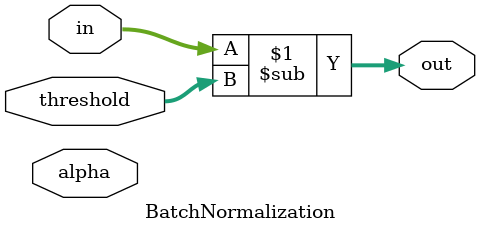
<source format=v>

module BatchNormalization
#(parameter
Twidth = 24,
fixed_point = 8
)
(
	input signed [Twidth-1:0] in,
	input signed [Twidth-1:0] alpha,
	input signed [Twidth-1:0] threshold,
	output signed [Twidth-1:0] out
);
 
	assign out = in - threshold;

endmodule


</source>
